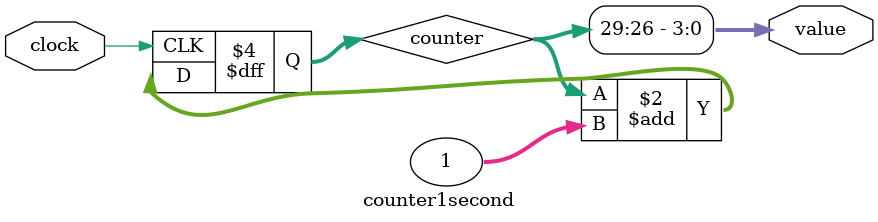
<source format=sv>
`timescale 1ns / 1ps

`timescale 1ns / 1ps
`default_nettype none

module counter1second(
    input wire clock,
    output wire [3:0] value
    );
    
    logic [31:0] counter = 0;
    assign value = counter[29:26];
    
    always_ff @(posedge clock) begin
        counter <= (counter + 1);
    end
    
endmodule

</source>
